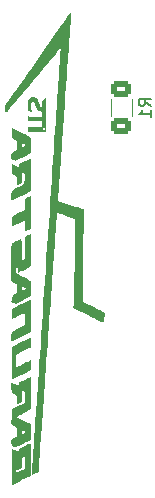
<source format=gbo>
%TF.GenerationSoftware,KiCad,Pcbnew,7.0.5*%
%TF.CreationDate,2024-02-24T22:07:36+07:00*%
%TF.ProjectId,CN13_Case,434e3133-5f43-4617-9365-2e6b69636164,rev?*%
%TF.SameCoordinates,Original*%
%TF.FileFunction,Legend,Bot*%
%TF.FilePolarity,Positive*%
%FSLAX46Y46*%
G04 Gerber Fmt 4.6, Leading zero omitted, Abs format (unit mm)*
G04 Created by KiCad (PCBNEW 7.0.5) date 2024-02-24 22:07:36*
%MOMM*%
%LPD*%
G01*
G04 APERTURE LIST*
G04 Aperture macros list*
%AMRoundRect*
0 Rectangle with rounded corners*
0 $1 Rounding radius*
0 $2 $3 $4 $5 $6 $7 $8 $9 X,Y pos of 4 corners*
0 Add a 4 corners polygon primitive as box body*
4,1,4,$2,$3,$4,$5,$6,$7,$8,$9,$2,$3,0*
0 Add four circle primitives for the rounded corners*
1,1,$1+$1,$2,$3*
1,1,$1+$1,$4,$5*
1,1,$1+$1,$6,$7*
1,1,$1+$1,$8,$9*
0 Add four rect primitives between the rounded corners*
20,1,$1+$1,$2,$3,$4,$5,0*
20,1,$1+$1,$4,$5,$6,$7,0*
20,1,$1+$1,$6,$7,$8,$9,0*
20,1,$1+$1,$8,$9,$2,$3,0*%
G04 Aperture macros list end*
%ADD10C,0.150000*%
%ADD11C,0.120000*%
%ADD12RoundRect,0.250000X-0.625000X0.400000X-0.625000X-0.400000X0.625000X-0.400000X0.625000X0.400000X0*%
%ADD13O,1.905000X2.000000*%
%ADD14R,1.905000X2.000000*%
%ADD15O,2.100000X3.600000*%
%ADD16RoundRect,0.250001X-0.799999X-1.549999X0.799999X-1.549999X0.799999X1.549999X-0.799999X1.549999X0*%
%ADD17C,3.200000*%
%ADD18C,0.800000*%
%ADD19C,0.700000*%
G04 APERTURE END LIST*
D10*
%TO.C,R1*%
X119834819Y-108291333D02*
X119358628Y-107958000D01*
X119834819Y-107719905D02*
X118834819Y-107719905D01*
X118834819Y-107719905D02*
X118834819Y-108100857D01*
X118834819Y-108100857D02*
X118882438Y-108196095D01*
X118882438Y-108196095D02*
X118930057Y-108243714D01*
X118930057Y-108243714D02*
X119025295Y-108291333D01*
X119025295Y-108291333D02*
X119168152Y-108291333D01*
X119168152Y-108291333D02*
X119263390Y-108243714D01*
X119263390Y-108243714D02*
X119311009Y-108196095D01*
X119311009Y-108196095D02*
X119358628Y-108100857D01*
X119358628Y-108100857D02*
X119358628Y-107719905D01*
X119834819Y-109243714D02*
X119834819Y-108672286D01*
X119834819Y-108958000D02*
X118834819Y-108958000D01*
X118834819Y-108958000D02*
X118977676Y-108862762D01*
X118977676Y-108862762D02*
X119072914Y-108767524D01*
X119072914Y-108767524D02*
X119120533Y-108672286D01*
%TO.C,G\u002A\u002A\u002A*%
G36*
X113129086Y-100427980D02*
G01*
X113123778Y-100478841D01*
X113122145Y-100487964D01*
X113115605Y-100552203D01*
X113105080Y-100673955D01*
X113090887Y-100848849D01*
X113073337Y-101072512D01*
X113052747Y-101340571D01*
X113029430Y-101648654D01*
X113003701Y-101992389D01*
X112975874Y-102367403D01*
X112946264Y-102769323D01*
X112915184Y-103193777D01*
X112882949Y-103636393D01*
X112849874Y-104092797D01*
X112816272Y-104558618D01*
X112782458Y-105029483D01*
X112748747Y-105501019D01*
X112715452Y-105968855D01*
X112682889Y-106428617D01*
X112651371Y-106875933D01*
X112621212Y-107306430D01*
X112592728Y-107715736D01*
X112566232Y-108099479D01*
X112542039Y-108453286D01*
X112520462Y-108772784D01*
X112501818Y-109053602D01*
X112486418Y-109291365D01*
X112474579Y-109481703D01*
X112466615Y-109620243D01*
X112466604Y-109620451D01*
X112452319Y-109865444D01*
X112433689Y-110150851D01*
X112412366Y-110453248D01*
X112390000Y-110749212D01*
X112368244Y-111015318D01*
X112366684Y-111033552D01*
X112345456Y-111293902D01*
X112324197Y-111574863D01*
X112304400Y-111855315D01*
X112287561Y-112114139D01*
X112275175Y-112330217D01*
X112268395Y-112456449D01*
X112258042Y-112632729D01*
X112245591Y-112827461D01*
X112230623Y-113046325D01*
X112212719Y-113295004D01*
X112191458Y-113579181D01*
X112166421Y-113904538D01*
X112137188Y-114276757D01*
X112103341Y-114701520D01*
X112064460Y-115184510D01*
X112053688Y-115322480D01*
X112038230Y-115537059D01*
X112024891Y-115741621D01*
X112014822Y-115918203D01*
X112009170Y-116048847D01*
X112000531Y-116335910D01*
X113042829Y-116675771D01*
X113232072Y-116737503D01*
X113466726Y-116814124D01*
X113677488Y-116883028D01*
X113856939Y-116941787D01*
X113997659Y-116987969D01*
X114092230Y-117019145D01*
X114133233Y-117032886D01*
X114136631Y-117034293D01*
X114155298Y-117054033D01*
X114167454Y-117098728D01*
X114173983Y-117178156D01*
X114175770Y-117302097D01*
X114173699Y-117480331D01*
X114173210Y-117509231D01*
X114171365Y-117630587D01*
X114168858Y-117808175D01*
X114165764Y-118036186D01*
X114162157Y-118308815D01*
X114158113Y-118620254D01*
X114153706Y-118964696D01*
X114149012Y-119336334D01*
X114144106Y-119729361D01*
X114139062Y-120137970D01*
X114133956Y-120556354D01*
X114133030Y-120632557D01*
X114127711Y-121063975D01*
X114122297Y-121493645D01*
X114116880Y-121914636D01*
X114111556Y-122320015D01*
X114106418Y-122702850D01*
X114101559Y-123056209D01*
X114097075Y-123373160D01*
X114093058Y-123646770D01*
X114089603Y-123870107D01*
X114086804Y-124036240D01*
X114071753Y-124870293D01*
X115050923Y-125332427D01*
X115061966Y-125337640D01*
X115325433Y-125462357D01*
X115536451Y-125563309D01*
X115700570Y-125643553D01*
X115823342Y-125706147D01*
X115910317Y-125754149D01*
X115967048Y-125790615D01*
X115999084Y-125818604D01*
X116011978Y-125841173D01*
X116011280Y-125861380D01*
X116001239Y-125898919D01*
X115977141Y-125992303D01*
X115944769Y-126119725D01*
X115908271Y-126264940D01*
X115879543Y-126376155D01*
X115845331Y-126499002D01*
X115817684Y-126587583D01*
X115800770Y-126627836D01*
X115786305Y-126625711D01*
X115720426Y-126600420D01*
X115607068Y-126550741D01*
X115452194Y-126479475D01*
X115261771Y-126389420D01*
X115041762Y-126283378D01*
X114798132Y-126164147D01*
X114536846Y-126034528D01*
X113296228Y-125415066D01*
X113313360Y-125062288D01*
X113319800Y-124925661D01*
X113329255Y-124715411D01*
X113338799Y-124494383D01*
X113347114Y-124292591D01*
X113347242Y-124289336D01*
X113350668Y-124180387D01*
X113354804Y-124013708D01*
X113359554Y-123795444D01*
X113364818Y-123531743D01*
X113370498Y-123228748D01*
X113376497Y-122892606D01*
X113382716Y-122529463D01*
X113389058Y-122145463D01*
X113395423Y-121746753D01*
X113401713Y-121339478D01*
X113407831Y-120929783D01*
X113413679Y-120523816D01*
X113419157Y-120127720D01*
X113424169Y-119747641D01*
X113428615Y-119389726D01*
X113432398Y-119060120D01*
X113435419Y-118764968D01*
X113443713Y-117887597D01*
X112695689Y-117599439D01*
X112529482Y-117535799D01*
X112340294Y-117464390D01*
X112178243Y-117404376D01*
X112051487Y-117358735D01*
X111968181Y-117330440D01*
X111936479Y-117322468D01*
X111931776Y-117339370D01*
X111920625Y-117408730D01*
X111906279Y-117518363D01*
X111890686Y-117654158D01*
X111890442Y-117656495D01*
X111885218Y-117717574D01*
X111875691Y-117839415D01*
X111862073Y-118019055D01*
X111844576Y-118253531D01*
X111823412Y-118539882D01*
X111798792Y-118875145D01*
X111770929Y-119256357D01*
X111740034Y-119680556D01*
X111706319Y-120144779D01*
X111669996Y-120646064D01*
X111631277Y-121181449D01*
X111590373Y-121747970D01*
X111547496Y-122342666D01*
X111502859Y-122962574D01*
X111456673Y-123604732D01*
X111409150Y-124266177D01*
X111360501Y-124943946D01*
X111310939Y-125635078D01*
X111260675Y-126336609D01*
X111209921Y-127045577D01*
X111158889Y-127759020D01*
X111107791Y-128473976D01*
X111056838Y-129187481D01*
X111006243Y-129896573D01*
X110956217Y-130598291D01*
X110906972Y-131289671D01*
X110858721Y-131967751D01*
X110811673Y-132629568D01*
X110766043Y-133272160D01*
X110722040Y-133892565D01*
X110679878Y-134487820D01*
X110639768Y-135054962D01*
X110601922Y-135591030D01*
X110566551Y-136093060D01*
X110533868Y-136558091D01*
X110504084Y-136983159D01*
X110477411Y-137365302D01*
X110454061Y-137701559D01*
X110434246Y-137988965D01*
X110418177Y-138224560D01*
X110406067Y-138405379D01*
X110398127Y-138528462D01*
X110388829Y-138675798D01*
X110375658Y-138875872D01*
X110363715Y-139047425D01*
X110353646Y-139181581D01*
X110346100Y-139269463D01*
X110341722Y-139302193D01*
X110338922Y-139304316D01*
X110291121Y-139329514D01*
X110205903Y-139367774D01*
X110099297Y-139412632D01*
X109987334Y-139457628D01*
X109886043Y-139496298D01*
X109811454Y-139522181D01*
X109779597Y-139528812D01*
X109779173Y-139521517D01*
X109781325Y-139460621D01*
X109787547Y-139341126D01*
X109797601Y-139166749D01*
X109811248Y-138941206D01*
X109828249Y-138668215D01*
X109848366Y-138351492D01*
X109871360Y-137994755D01*
X109896991Y-137601719D01*
X109925021Y-137176102D01*
X109955211Y-136721622D01*
X109987322Y-136241993D01*
X110021115Y-135740934D01*
X110056352Y-135222162D01*
X110059324Y-135178550D01*
X110082921Y-134832355D01*
X110110643Y-134425633D01*
X110142284Y-133961425D01*
X110177637Y-133442770D01*
X110216493Y-132872708D01*
X110258646Y-132254278D01*
X110303889Y-131590520D01*
X110352014Y-130884475D01*
X110402815Y-130139180D01*
X110456084Y-129357677D01*
X110511614Y-128543005D01*
X110569197Y-127698203D01*
X110628627Y-126826312D01*
X110689696Y-125930370D01*
X110752198Y-125013418D01*
X110815925Y-124078495D01*
X110880669Y-123128641D01*
X110946224Y-122166895D01*
X111012382Y-121196298D01*
X111078937Y-120219889D01*
X111145681Y-119240707D01*
X111212406Y-118261792D01*
X111278906Y-117286185D01*
X111340469Y-116382724D01*
X111402910Y-115465812D01*
X111464099Y-114566683D01*
X111523896Y-113687435D01*
X111582159Y-112830169D01*
X111638746Y-111996987D01*
X111693514Y-111189987D01*
X111746323Y-110411272D01*
X111797030Y-109662941D01*
X111845494Y-108947094D01*
X111891572Y-108265833D01*
X111935124Y-107621258D01*
X111976006Y-107015469D01*
X112014077Y-106450567D01*
X112049196Y-105928653D01*
X112081220Y-105451826D01*
X112110008Y-105022187D01*
X112135418Y-104641838D01*
X112157307Y-104312877D01*
X112175535Y-104037407D01*
X112189959Y-103817527D01*
X112200437Y-103655337D01*
X112206828Y-103552939D01*
X112208990Y-103512433D01*
X112208990Y-103383724D01*
X112116947Y-103479319D01*
X112089669Y-103510167D01*
X112022610Y-103588407D01*
X111919767Y-103709504D01*
X111783970Y-103870094D01*
X111618052Y-104066810D01*
X111424844Y-104296286D01*
X111207177Y-104555158D01*
X110967883Y-104840059D01*
X110709794Y-105147623D01*
X110435740Y-105474486D01*
X110148554Y-105817280D01*
X109851068Y-106172642D01*
X109578802Y-106497967D01*
X109292639Y-106839825D01*
X109020162Y-107165260D01*
X108764117Y-107470997D01*
X108527251Y-107753756D01*
X108312311Y-108010260D01*
X108122044Y-108237233D01*
X107959198Y-108431395D01*
X107826518Y-108589471D01*
X107726753Y-108708181D01*
X107662648Y-108784250D01*
X107636952Y-108814398D01*
X107632588Y-108818942D01*
X107604278Y-108830867D01*
X107574103Y-108800274D01*
X107532301Y-108718186D01*
X107516638Y-108681300D01*
X107474661Y-108526657D01*
X107468474Y-108380120D01*
X107499617Y-108263147D01*
X107509364Y-108247200D01*
X107554201Y-108180404D01*
X107629241Y-108071985D01*
X107729663Y-107928801D01*
X107850645Y-107757713D01*
X107987365Y-107565579D01*
X108135002Y-107359258D01*
X108169805Y-107310686D01*
X108307107Y-107118171D01*
X108478381Y-106876922D01*
X108681537Y-106589910D01*
X108914489Y-106260102D01*
X109175148Y-105890467D01*
X109461427Y-105483974D01*
X109771237Y-105043592D01*
X110102492Y-104572289D01*
X110453103Y-104073035D01*
X110820982Y-103548798D01*
X111204041Y-103002546D01*
X111600194Y-102437249D01*
X112007351Y-101855876D01*
X112423424Y-101261394D01*
X112501437Y-101150332D01*
X112641426Y-100953283D01*
X112768854Y-100776755D01*
X112878944Y-100627201D01*
X112966921Y-100511072D01*
X113028007Y-100434823D01*
X113057427Y-100404904D01*
X113091247Y-100400631D01*
X113129086Y-100427980D01*
G37*
G36*
X109691653Y-131272323D02*
G01*
X109695325Y-131339510D01*
X109698673Y-131460439D01*
X109701608Y-131628395D01*
X109704043Y-131836661D01*
X109705892Y-132078522D01*
X109707065Y-132347260D01*
X109707475Y-132636160D01*
X109707475Y-133993659D01*
X109098132Y-134298652D01*
X109033282Y-134331201D01*
X108859554Y-134419344D01*
X108709882Y-134496653D01*
X108592625Y-134558726D01*
X108516141Y-134601161D01*
X108488788Y-134619557D01*
X108491888Y-134622655D01*
X108536687Y-134648800D01*
X108628163Y-134696803D01*
X108757863Y-134762371D01*
X108917336Y-134841212D01*
X109098132Y-134929033D01*
X109707475Y-135222597D01*
X109707475Y-135891708D01*
X109707475Y-136560820D01*
X109095274Y-136864900D01*
X109038040Y-136893158D01*
X108929761Y-136945258D01*
X108855420Y-136981029D01*
X108690925Y-137056831D01*
X108554301Y-137116280D01*
X108455293Y-137155091D01*
X108403646Y-137168980D01*
X108391945Y-137168738D01*
X108254450Y-137131430D01*
X108111958Y-137031099D01*
X108086073Y-137004441D01*
X108057000Y-136951988D01*
X108043258Y-136874554D01*
X108039798Y-136752666D01*
X108039798Y-136539958D01*
X108267245Y-136429926D01*
X108289450Y-136418994D01*
X108398541Y-136359568D01*
X108482195Y-136304852D01*
X108523811Y-136265485D01*
X108537366Y-136212069D01*
X108547218Y-136108698D01*
X108551805Y-135976633D01*
X108551231Y-135834356D01*
X108545604Y-135700345D01*
X108544860Y-135692804D01*
X108905708Y-135692804D01*
X108905708Y-135885690D01*
X108908383Y-135973667D01*
X108917097Y-136048766D01*
X108929761Y-136077063D01*
X108960026Y-136066374D01*
X109033016Y-136032900D01*
X109129121Y-135984814D01*
X109304427Y-135894077D01*
X109105068Y-135793441D01*
X108905708Y-135692804D01*
X108544860Y-135692804D01*
X108535028Y-135593080D01*
X108519610Y-135531040D01*
X108515150Y-135524255D01*
X108462146Y-135476769D01*
X108370925Y-135416209D01*
X108258304Y-135353969D01*
X108030318Y-135239157D01*
X108050948Y-134881152D01*
X108055916Y-134786747D01*
X108063992Y-134592117D01*
X108069592Y-134400629D01*
X108071723Y-134242706D01*
X108071869Y-133962266D01*
X108617071Y-133689308D01*
X109162273Y-133416351D01*
X109162273Y-132887362D01*
X109161908Y-132758733D01*
X109160307Y-132599433D01*
X109157653Y-132472559D01*
X109154188Y-132388682D01*
X109150154Y-132358374D01*
X109145487Y-132359327D01*
X109098614Y-132376012D01*
X109021872Y-132406910D01*
X108905708Y-132455447D01*
X108905708Y-132903466D01*
X108905708Y-133351485D01*
X108746420Y-133432202D01*
X108680006Y-133465100D01*
X108605803Y-133499554D01*
X108570031Y-133512919D01*
X108564187Y-133491771D01*
X108558357Y-133418230D01*
X108554393Y-133304426D01*
X108552930Y-133163366D01*
X108552930Y-132813813D01*
X108304382Y-132673642D01*
X108055834Y-132533471D01*
X108046709Y-132167265D01*
X108044517Y-132034915D01*
X108044837Y-131903488D01*
X108047923Y-131806789D01*
X108053530Y-131759504D01*
X108072113Y-131748054D01*
X108127977Y-131757267D01*
X108226585Y-131793743D01*
X108374536Y-131859538D01*
X108679596Y-132001126D01*
X108699566Y-131850587D01*
X108719536Y-131700048D01*
X109195564Y-131471413D01*
X109310226Y-131417118D01*
X109456532Y-131350342D01*
X109575151Y-131299187D01*
X109656135Y-131267898D01*
X109689534Y-131260719D01*
X109691653Y-131272323D01*
G37*
G36*
X109685549Y-124705764D02*
G01*
X109690647Y-124773552D01*
X109695290Y-124894844D01*
X109699357Y-125063100D01*
X109702729Y-125271778D01*
X109705286Y-125514335D01*
X109706908Y-125784229D01*
X109707475Y-126074919D01*
X109707475Y-127456363D01*
X108897851Y-127851881D01*
X108866070Y-127867385D01*
X108657788Y-127967912D01*
X108469221Y-128057107D01*
X108307918Y-128131534D01*
X108181427Y-128187758D01*
X108097296Y-128222342D01*
X108063073Y-128231852D01*
X108062091Y-128230932D01*
X108053471Y-128189145D01*
X108047733Y-128097255D01*
X108045370Y-127968007D01*
X108046876Y-127814146D01*
X108055834Y-127411985D01*
X108536894Y-127188177D01*
X108679974Y-127120913D01*
X108853273Y-127035686D01*
X108980647Y-126965867D01*
X109070087Y-126905835D01*
X109129586Y-126849967D01*
X109167136Y-126792641D01*
X109190729Y-126728235D01*
X109193644Y-126713288D01*
X109198948Y-126635589D01*
X109199901Y-126518940D01*
X109197156Y-126378069D01*
X109191364Y-126227702D01*
X109183177Y-126082568D01*
X109173249Y-125957393D01*
X109162230Y-125866905D01*
X109150773Y-125825830D01*
X109123371Y-125833452D01*
X109047249Y-125865785D01*
X108931913Y-125918960D01*
X108786684Y-125988669D01*
X108620884Y-126070606D01*
X108468045Y-126146772D01*
X108320155Y-126219678D01*
X108201287Y-126277411D01*
X108120857Y-126315402D01*
X108088282Y-126329081D01*
X108087131Y-126328064D01*
X108081162Y-126287757D01*
X108076314Y-126197386D01*
X108073059Y-126068888D01*
X108071869Y-125914200D01*
X108071869Y-125499318D01*
X108864377Y-125096397D01*
X108885817Y-125085501D01*
X109091927Y-124981246D01*
X109278771Y-124887588D01*
X109438783Y-124808254D01*
X109564399Y-124746973D01*
X109648053Y-124707471D01*
X109682180Y-124693475D01*
X109685549Y-124705764D01*
G37*
G36*
X109679239Y-119160571D02*
G01*
X109687386Y-119212231D01*
X109693979Y-119304227D01*
X109699129Y-119440524D01*
X109702944Y-119625091D01*
X109705534Y-119861893D01*
X109707008Y-120154897D01*
X109707475Y-120508069D01*
X109707475Y-121870896D01*
X109162629Y-122143675D01*
X109155272Y-122147358D01*
X108984065Y-122232310D01*
X108832521Y-122306167D01*
X108710031Y-122364457D01*
X108625984Y-122402710D01*
X108589769Y-122416455D01*
X108588027Y-122414767D01*
X108579869Y-122370389D01*
X108571061Y-122271732D01*
X108562049Y-122126801D01*
X108553281Y-121943601D01*
X108545205Y-121730140D01*
X108538266Y-121494422D01*
X108536884Y-121441094D01*
X108530275Y-121208466D01*
X108523408Y-120999061D01*
X108516618Y-120821060D01*
X108510237Y-120682642D01*
X108504600Y-120591990D01*
X108500040Y-120557283D01*
X108495405Y-120553178D01*
X108475110Y-120555380D01*
X108458736Y-120597714D01*
X108445981Y-120684177D01*
X108436545Y-120818763D01*
X108430127Y-121005468D01*
X108426425Y-121248289D01*
X108425138Y-121551220D01*
X108424647Y-122465910D01*
X109042008Y-122769907D01*
X109108125Y-122802580D01*
X109285847Y-122891609D01*
X109441015Y-122971068D01*
X109564840Y-123036353D01*
X109648531Y-123082858D01*
X109683302Y-123105975D01*
X109684564Y-123108587D01*
X109691249Y-123158937D01*
X109696313Y-123261448D01*
X109699511Y-123405870D01*
X109700600Y-123581957D01*
X109699337Y-123779460D01*
X109691440Y-124420874D01*
X109050254Y-124746128D01*
X108921032Y-124811679D01*
X108409068Y-125071383D01*
X108229633Y-124980804D01*
X108050198Y-124890226D01*
X108062702Y-124703656D01*
X108066914Y-124642460D01*
X108079489Y-124516964D01*
X108101957Y-124432374D01*
X108144294Y-124371887D01*
X108216478Y-124318697D01*
X108328486Y-124256003D01*
X108552930Y-124134775D01*
X108552930Y-123763425D01*
X108905708Y-123763425D01*
X108907395Y-123850952D01*
X108912949Y-123926704D01*
X108921032Y-123955849D01*
X108954820Y-123944987D01*
X109025734Y-123912757D01*
X109113496Y-123868731D01*
X109199375Y-123822664D01*
X109264639Y-123784311D01*
X109290556Y-123763425D01*
X109269698Y-123745830D01*
X109207804Y-123708903D01*
X109123259Y-123663202D01*
X109034794Y-123618482D01*
X108961142Y-123584496D01*
X108921032Y-123571000D01*
X108914062Y-123592195D01*
X108908029Y-123661922D01*
X108905708Y-123763425D01*
X108552930Y-123763425D01*
X108552930Y-123757034D01*
X108552930Y-123379292D01*
X108296364Y-123250293D01*
X108039798Y-123121295D01*
X108040290Y-121542170D01*
X108040311Y-121499305D01*
X108040995Y-121188741D01*
X108042530Y-120898289D01*
X108044821Y-120634238D01*
X108047775Y-120402879D01*
X108051298Y-120210502D01*
X108055296Y-120063396D01*
X108059676Y-119967851D01*
X108064343Y-119930157D01*
X108084213Y-119915996D01*
X108152612Y-119877886D01*
X108256552Y-119824065D01*
X108382842Y-119760942D01*
X108518290Y-119694925D01*
X108649704Y-119632423D01*
X108763894Y-119579845D01*
X108847668Y-119543598D01*
X108887835Y-119530091D01*
X108889036Y-119532187D01*
X108893492Y-119578127D01*
X108897481Y-119678185D01*
X108900850Y-119824388D01*
X108903447Y-120008764D01*
X108905117Y-120223340D01*
X108905708Y-120460142D01*
X108905742Y-120522684D01*
X108906502Y-120754535D01*
X108908158Y-120962110D01*
X108910576Y-121137436D01*
X108913626Y-121272541D01*
X108917176Y-121359451D01*
X108921094Y-121390192D01*
X108929530Y-121388416D01*
X108983237Y-121370187D01*
X109065412Y-121338604D01*
X109194344Y-121287016D01*
X109194344Y-120317089D01*
X109194344Y-119347162D01*
X109413379Y-119246203D01*
X109429021Y-119239036D01*
X109538057Y-119191511D01*
X109624188Y-119157956D01*
X109669945Y-119145243D01*
X109679239Y-119160571D01*
G37*
G36*
X109672816Y-112766160D02*
G01*
X109682062Y-112793483D01*
X109689629Y-112852216D01*
X109695655Y-112947035D01*
X109700277Y-113082615D01*
X109703632Y-113263632D01*
X109705859Y-113494761D01*
X109707094Y-113780676D01*
X109707475Y-114126054D01*
X109707475Y-115488935D01*
X108905954Y-115889943D01*
X108880448Y-115902695D01*
X108672462Y-116006008D01*
X108483375Y-116098782D01*
X108320859Y-116177340D01*
X108192583Y-116238006D01*
X108106216Y-116277101D01*
X108069430Y-116290950D01*
X108057874Y-116278398D01*
X108046703Y-116212437D01*
X108042507Y-116087689D01*
X108045130Y-115901650D01*
X108055834Y-115512351D01*
X108170851Y-115415050D01*
X108187755Y-115401916D01*
X108274299Y-115346283D01*
X108400672Y-115274809D01*
X108552661Y-115195301D01*
X108716053Y-115115566D01*
X109146238Y-114913384D01*
X109155031Y-114383480D01*
X109155968Y-114319692D01*
X109156614Y-114112841D01*
X109152461Y-113967505D01*
X109143417Y-113881733D01*
X109129385Y-113853576D01*
X109127945Y-113853614D01*
X109075566Y-113868598D01*
X109000327Y-113902506D01*
X108905708Y-113951435D01*
X108905708Y-114396119D01*
X108905708Y-114840804D01*
X108769407Y-114895911D01*
X108731437Y-114911253D01*
X108645810Y-114945780D01*
X108593018Y-114966966D01*
X108588965Y-114968053D01*
X108571781Y-114953055D01*
X108560678Y-114897576D01*
X108554709Y-114793756D01*
X108552930Y-114633737D01*
X108552930Y-114284561D01*
X108312399Y-114165543D01*
X108071869Y-114046525D01*
X108071869Y-113627182D01*
X108071034Y-113460789D01*
X108073479Y-113335431D01*
X108087734Y-113261806D01*
X108122345Y-113233535D01*
X108185859Y-113244240D01*
X108286821Y-113287543D01*
X108433779Y-113357064D01*
X108665177Y-113464865D01*
X108693850Y-113326522D01*
X108722522Y-113188179D01*
X109174910Y-112975318D01*
X109263735Y-112933891D01*
X109412969Y-112866051D01*
X109537306Y-112811767D01*
X109625770Y-112775777D01*
X109667387Y-112762814D01*
X109672816Y-112766160D01*
G37*
G36*
X108625089Y-110435708D02*
G01*
X108781655Y-110511156D01*
X108979517Y-110607050D01*
X109166013Y-110697986D01*
X109325638Y-110776400D01*
X109442892Y-110834727D01*
X109707475Y-110967928D01*
X109707475Y-111622413D01*
X109707475Y-112276897D01*
X109079297Y-112600211D01*
X108997971Y-112641946D01*
X108938844Y-112671993D01*
X108820729Y-112732017D01*
X108665983Y-112809447D01*
X108542338Y-112870000D01*
X108458397Y-112909438D01*
X108422762Y-112923526D01*
X108391047Y-112915113D01*
X108314948Y-112886460D01*
X108215732Y-112844508D01*
X108037059Y-112765490D01*
X108046446Y-112515783D01*
X108055834Y-112266076D01*
X108304299Y-112137793D01*
X108552764Y-112009510D01*
X108552847Y-111632417D01*
X108552851Y-111616452D01*
X108905922Y-111616452D01*
X108909825Y-111703783D01*
X108921007Y-111772928D01*
X108938844Y-111801051D01*
X108968300Y-111793189D01*
X109042476Y-111762614D01*
X109138114Y-111716865D01*
X109304246Y-111632680D01*
X109129030Y-111543723D01*
X109046288Y-111504707D01*
X108968854Y-111475137D01*
X108929761Y-111469448D01*
X108922459Y-111478573D01*
X108909925Y-111533770D01*
X108905922Y-111616452D01*
X108552851Y-111616452D01*
X108552930Y-111255324D01*
X108312399Y-111136306D01*
X108071869Y-111017289D01*
X108071869Y-110593589D01*
X108071869Y-110169890D01*
X108625089Y-110435708D01*
G37*
G36*
X109692578Y-136855709D02*
G01*
X109694237Y-136868247D01*
X109697080Y-136937869D01*
X109699301Y-137061256D01*
X109700864Y-137231513D01*
X109701732Y-137441746D01*
X109701871Y-137685061D01*
X109701244Y-137954563D01*
X109699816Y-138243359D01*
X109691440Y-139590318D01*
X108889672Y-139998731D01*
X108857800Y-140014964D01*
X108652377Y-140119446D01*
X108467509Y-140213238D01*
X108456718Y-140218696D01*
X108310510Y-140292647D01*
X108188697Y-140353978D01*
X108109384Y-140393538D01*
X108079887Y-140407633D01*
X108079805Y-140407557D01*
X108078208Y-140373567D01*
X108076720Y-140281940D01*
X108075372Y-140138872D01*
X108074197Y-139950558D01*
X108073227Y-139723191D01*
X108072494Y-139462968D01*
X108072303Y-139344839D01*
X108456718Y-139344839D01*
X108809495Y-139180894D01*
X109162273Y-139016948D01*
X109162273Y-138477161D01*
X109162273Y-137937373D01*
X109033990Y-138002818D01*
X108905708Y-138068263D01*
X108905708Y-138500026D01*
X108905708Y-138931788D01*
X108746420Y-139012505D01*
X108680006Y-139045403D01*
X108605803Y-139079857D01*
X108570031Y-139093223D01*
X108565149Y-139079934D01*
X108558849Y-139015308D01*
X108554532Y-138909166D01*
X108552930Y-138775138D01*
X108552108Y-138661736D01*
X108546427Y-138515955D01*
X108534257Y-138421603D01*
X108514324Y-138370782D01*
X108485357Y-138355596D01*
X108479675Y-138365442D01*
X108470580Y-138426996D01*
X108463301Y-138535598D01*
X108458469Y-138680316D01*
X108456718Y-138850218D01*
X108456718Y-139344839D01*
X108072303Y-139344839D01*
X108072031Y-139176081D01*
X108071869Y-138868728D01*
X108071871Y-138853008D01*
X108072482Y-138546508D01*
X108074128Y-138260768D01*
X108076698Y-138001985D01*
X108080079Y-137776356D01*
X108084161Y-137590080D01*
X108088833Y-137449352D01*
X108093983Y-137360371D01*
X108099500Y-137329334D01*
X108114290Y-137333138D01*
X108178754Y-137358301D01*
X108279062Y-137401827D01*
X108400880Y-137457616D01*
X108468557Y-137489054D01*
X108578565Y-137538823D01*
X108658306Y-137573122D01*
X108693956Y-137585899D01*
X108699706Y-137579346D01*
X108709437Y-137527808D01*
X108713283Y-137441782D01*
X108713283Y-137297664D01*
X109195124Y-137056342D01*
X109291023Y-137008770D01*
X109465504Y-136925782D01*
X109588685Y-136873377D01*
X109663424Y-136850404D01*
X109692578Y-136855709D01*
G37*
G36*
X109691607Y-127936095D02*
G01*
X109700950Y-128003974D01*
X109705976Y-128120772D01*
X109707475Y-128294071D01*
X109705830Y-128453385D01*
X109698975Y-128596718D01*
X109686327Y-128685775D01*
X109667387Y-128725910D01*
X109663406Y-128728673D01*
X109612638Y-128757770D01*
X109515842Y-128809830D01*
X109382291Y-128879974D01*
X109221256Y-128963322D01*
X109042008Y-129054997D01*
X108456718Y-129352635D01*
X108456718Y-129877348D01*
X108457189Y-130002165D01*
X108459338Y-130161197D01*
X108462925Y-130287934D01*
X108467620Y-130371760D01*
X108473090Y-130402061D01*
X108475210Y-130401508D01*
X108517796Y-130382631D01*
X108607047Y-130340065D01*
X108734090Y-130278129D01*
X108890052Y-130201143D01*
X109066061Y-130113425D01*
X109099627Y-130096649D01*
X109274050Y-130010383D01*
X109427987Y-129935712D01*
X109552256Y-129876989D01*
X109637676Y-129838563D01*
X109675067Y-129824788D01*
X109687117Y-129846798D01*
X109698122Y-129927106D01*
X109705061Y-130060661D01*
X109707475Y-130241584D01*
X109707475Y-130658380D01*
X108905954Y-131059387D01*
X108877775Y-131073480D01*
X108671201Y-131176479D01*
X108484680Y-131268945D01*
X108325662Y-131347223D01*
X108201601Y-131407660D01*
X108119946Y-131446602D01*
X108088151Y-131460394D01*
X108085910Y-131447177D01*
X108082643Y-131378046D01*
X108079669Y-131255531D01*
X108077065Y-131086151D01*
X108074906Y-130876431D01*
X108073270Y-130632890D01*
X108072232Y-130362052D01*
X108071869Y-130070439D01*
X108071869Y-128680484D01*
X108849584Y-128302962D01*
X109056993Y-128202409D01*
X109246702Y-128110682D01*
X109410550Y-128031707D01*
X109540583Y-127969311D01*
X109628847Y-127927321D01*
X109667387Y-127909562D01*
X109677158Y-127909553D01*
X109691607Y-127936095D01*
G37*
G36*
X109686635Y-115948683D02*
G01*
X109691229Y-116017134D01*
X109695049Y-116139249D01*
X109698017Y-116308296D01*
X109700055Y-116517544D01*
X109701086Y-116760259D01*
X109701030Y-117029712D01*
X109699810Y-117319169D01*
X109691440Y-118680217D01*
X109450910Y-118796020D01*
X109210379Y-118911822D01*
X109194344Y-118459277D01*
X109189320Y-118333855D01*
X109180295Y-118181167D01*
X109169307Y-118081613D01*
X109155497Y-118028422D01*
X109138007Y-118014821D01*
X109112462Y-118024483D01*
X109035560Y-118058919D01*
X108919362Y-118113473D01*
X108774248Y-118183254D01*
X108610598Y-118263369D01*
X108485939Y-118324487D01*
X108337776Y-118395923D01*
X108217017Y-118452748D01*
X108133654Y-118490278D01*
X108097681Y-118503829D01*
X108095658Y-118502544D01*
X108086347Y-118460976D01*
X108078791Y-118369536D01*
X108073721Y-118240099D01*
X108071869Y-118084535D01*
X108071869Y-117665242D01*
X108633107Y-117395148D01*
X109194344Y-117125055D01*
X109194344Y-116646528D01*
X109194344Y-116168001D01*
X109426857Y-116041259D01*
X109463805Y-116021557D01*
X109568139Y-115970988D01*
X109646360Y-115940575D01*
X109683775Y-115936319D01*
X109686635Y-115948683D01*
G37*
G36*
X109990097Y-107557157D02*
G01*
X110097623Y-107582411D01*
X110183990Y-107638377D01*
X110256671Y-107733263D01*
X110323142Y-107875277D01*
X110390877Y-108072626D01*
X110432911Y-108204142D01*
X110470044Y-108306273D01*
X110500569Y-108366209D01*
X110530015Y-108394464D01*
X110563913Y-108401549D01*
X110586592Y-108399762D01*
X110630052Y-108370833D01*
X110654792Y-108294029D01*
X110666618Y-108194057D01*
X110667444Y-108093587D01*
X110663400Y-108024823D01*
X110671461Y-107914325D01*
X110709193Y-107824699D01*
X110785576Y-107728163D01*
X110807541Y-107703702D01*
X110851369Y-107655608D01*
X110887598Y-107621313D01*
X110916911Y-107605395D01*
X110939995Y-107612431D01*
X110957534Y-107646996D01*
X110970214Y-107713668D01*
X110978719Y-107817022D01*
X110983735Y-107961635D01*
X110985947Y-108152084D01*
X110986041Y-108392945D01*
X110984701Y-108688794D01*
X110982613Y-109044209D01*
X110974268Y-110488629D01*
X110723965Y-110488425D01*
X110212589Y-110488007D01*
X110071323Y-110487881D01*
X109870107Y-110487663D01*
X109696794Y-110487429D01*
X109560445Y-110487192D01*
X109470119Y-110486967D01*
X109434874Y-110486769D01*
X109427586Y-110465327D01*
X109421269Y-110395355D01*
X109419033Y-110301833D01*
X110699364Y-110301833D01*
X110702861Y-110363741D01*
X110723965Y-110389940D01*
X110739016Y-110385319D01*
X110791653Y-110346326D01*
X110853384Y-110284571D01*
X110904719Y-110220731D01*
X110926162Y-110175480D01*
X110901530Y-110143198D01*
X110836728Y-110134149D01*
X110752396Y-110152841D01*
X110733185Y-110171009D01*
X110710473Y-110229245D01*
X110699364Y-110301833D01*
X109419033Y-110301833D01*
X109418839Y-110293728D01*
X109418839Y-110101303D01*
X110028182Y-110101303D01*
X110637526Y-110101303D01*
X110637526Y-109844738D01*
X110637526Y-109588172D01*
X110028182Y-109588172D01*
X109418839Y-109588172D01*
X109418839Y-109379712D01*
X109421982Y-109277066D01*
X109430645Y-109200764D01*
X109442892Y-109171809D01*
X109458702Y-109173013D01*
X109528218Y-109179790D01*
X109637621Y-109191159D01*
X109771617Y-109205551D01*
X109806158Y-109209012D01*
X109991358Y-109220515D01*
X110187292Y-109223641D01*
X110356907Y-109217626D01*
X110637526Y-109196514D01*
X110637526Y-108994890D01*
X110637262Y-108955159D01*
X110629061Y-108847540D01*
X110601593Y-108786977D01*
X110544434Y-108760299D01*
X110447162Y-108754334D01*
X110394360Y-108747519D01*
X110290829Y-108689111D01*
X110204517Y-108575645D01*
X110140529Y-108412806D01*
X110132573Y-108384141D01*
X110071194Y-108181576D01*
X110015417Y-108037917D01*
X109961944Y-107949094D01*
X109907478Y-107911039D01*
X109848720Y-107919684D01*
X109782375Y-107970963D01*
X109744370Y-108011722D01*
X109719795Y-108053865D01*
X109709317Y-108110360D01*
X109710041Y-108197727D01*
X109719076Y-108332486D01*
X109722354Y-108374559D01*
X109734742Y-108510280D01*
X109747707Y-108624339D01*
X109758926Y-108695562D01*
X109764661Y-108722296D01*
X109764972Y-108761286D01*
X109733371Y-108768794D01*
X109654584Y-108753268D01*
X109583877Y-108733893D01*
X109509211Y-108695841D01*
X109460438Y-108635946D01*
X109433036Y-108543750D01*
X109422484Y-108408801D01*
X109424263Y-108220642D01*
X109428376Y-108104957D01*
X109436859Y-107974432D01*
X109450195Y-107884813D01*
X109470777Y-107822119D01*
X109500997Y-107772372D01*
X109527115Y-107738764D01*
X109639890Y-107628370D01*
X109764229Y-107569706D01*
X109918030Y-107553372D01*
X109990097Y-107557157D01*
G37*
D11*
%TO.C,R1*%
X116438000Y-107704936D02*
X116438000Y-109159064D01*
X118258000Y-107704936D02*
X118258000Y-109159064D01*
%TD*%
%LPC*%
D12*
%TO.C,R1*%
X117348000Y-106882000D03*
X117348000Y-109982000D03*
%TD*%
D13*
%TO.C,Q1*%
X124968000Y-103632000D03*
X122428000Y-103632000D03*
D14*
X119888000Y-103632000D03*
%TD*%
D15*
%TO.C,J2*%
X127000000Y-146304000D03*
D16*
X119380000Y-146304000D03*
%TD*%
%TO.C,J1*%
X119380000Y-94996000D03*
D15*
X127000000Y-94996000D03*
%TD*%
D17*
%TO.C,H4*%
X101092000Y-147828000D03*
%TD*%
%TO.C,H3*%
X140970000Y-147828000D03*
%TD*%
%TO.C,H2*%
X140970000Y-92456000D03*
%TD*%
%TO.C,H1*%
X101092000Y-92456000D03*
%TD*%
D18*
X139446000Y-117602000D03*
X134620000Y-117602000D03*
X133350000Y-117602000D03*
X140208000Y-116586000D03*
X138684000Y-116586000D03*
X135128000Y-116586000D03*
X132588000Y-116586000D03*
X133858000Y-116586000D03*
X133096000Y-115570000D03*
X134620000Y-115570000D03*
X139446000Y-115570000D03*
X139954000Y-114554000D03*
X138684000Y-114554000D03*
X135128000Y-114554000D03*
X133858000Y-114554000D03*
X132588000Y-114554000D03*
D19*
X126492000Y-117856000D03*
D18*
X112268000Y-150368000D03*
X111506000Y-138684000D03*
X125476000Y-138684000D03*
X106426000Y-112522000D03*
X137160000Y-138684000D03*
X137414000Y-104140000D03*
X126492000Y-111252000D03*
%LPD*%
M02*

</source>
